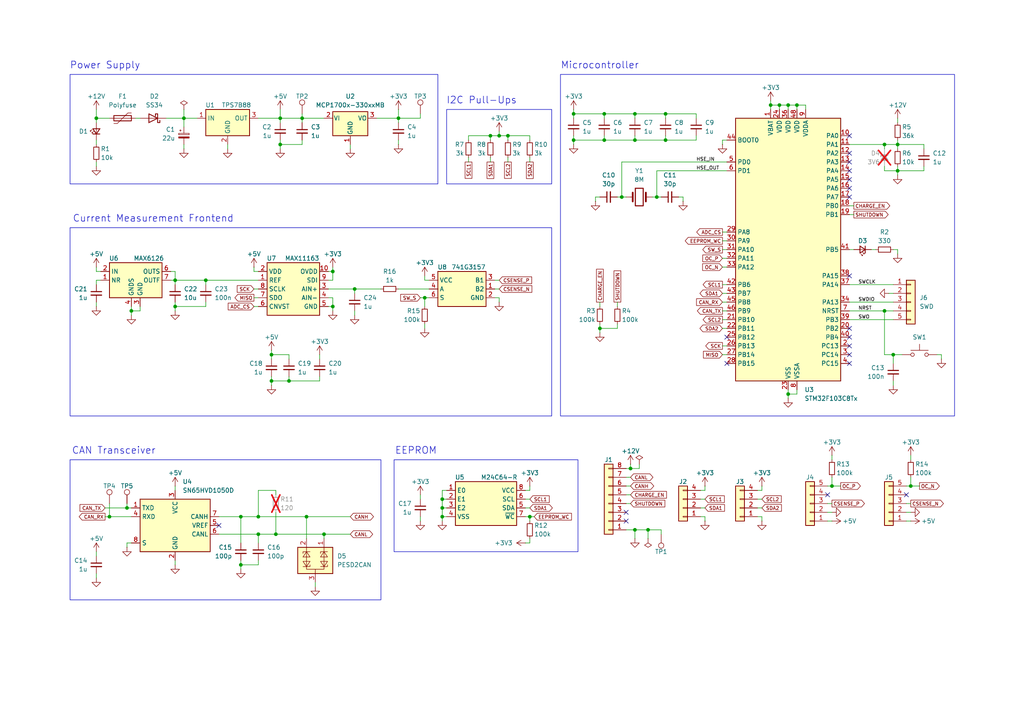
<source format=kicad_sch>
(kicad_sch (version 20250114) (generator "eeschema") (generator_version "9.0")
  (paper "A4")
  (title_block (title "Battery Management System Master") (date "2025-04-27") (rev "${REVISION}") (company "York Formula Student"))
  (rectangle (start 20.32 133.35) (end 110.49 173.99))
  (rectangle (start 20.32 66.04) (end 160.02 120.65))
  (rectangle (start 129.54 31.75) (end 160.02 53.34))
  (rectangle (start 20.32 21.59) (end 127 53.34))
  (rectangle (start 114.3 133.35) (end 167.64 160.02))
  (rectangle (start 162.56 21.59) (end 276.86 120.65))
  (text "Power Supply" (at 30.48 19.05 0) (effects (font (size 2 2))))
  (text "I2C Pull-Ups" (at 139.7 29.21 0) (effects (font (size 2 2))))
  (text "Microcontroller" (at 173.99 19.05 0) (effects (font (size 2 2))))
  (text "EEPROM" (at 120.65 130.81 0) (effects (font (size 2 2))))
  (text "CAN Transceiver" (at 33.02 130.81 0) (effects (font (size 2 2))))
  (text "Current Measurement Frontend" (at 44.45 63.5 0) (effects (font (size 2 2))))
  (junction (at 184.15 153.67))
  (junction (at 184.15 33.02))
  (junction (at 69.85 149.86))
  (junction (at 128.27 144.78))
  (junction (at 187.96 153.67))
  (junction (at 36.83 147.32))
  (junction (at 83.82 110.49))
  (junction (at 93.98 154.94))
  (junction (at 180.34 57.15))
  (junction (at 31.75 149.86))
  (junction (at 74.93 149.86))
  (junction (at 190.5 57.15))
  (junction (at 50.8 88.9))
  (junction (at 166.37 40.64))
  (junction (at 38.1 90.17))
  (junction (at 193.04 40.64))
  (junction (at 80.01 154.94))
  (junction (at 228.6 114.3))
  (junction (at 184.15 40.64))
  (junction (at 260.35 41.91))
  (junction (at 69.85 163.83))
  (junction (at 53.34 34.29))
  (junction (at 259.08 102.87))
  (junction (at 123.19 86.36))
  (junction (at 226.06 30.48))
  (junction (at 260.35 49.53))
  (junction (at 115.57 34.29))
  (junction (at 74.93 154.94))
  (junction (at 175.26 33.02))
  (junction (at 50.8 81.28))
  (junction (at 144.78 39.37))
  (junction (at 81.28 41.91))
  (junction (at 102.87 83.82))
  (junction (at 173.99 95.25))
  (junction (at 241.3 140.97))
  (junction (at 153.67 149.86))
  (junction (at 27.94 34.29))
  (junction (at 142.24 39.37))
  (junction (at 166.37 33.02))
  (junction (at 231.14 30.48))
  (junction (at 175.26 40.64))
  (junction (at 78.74 110.49))
  (junction (at 88.9 149.86))
  (junction (at 87.63 34.29))
  (junction (at 96.52 88.9))
  (junction (at 264.16 140.97))
  (junction (at 128.27 149.86))
  (junction (at 256.54 41.91))
  (junction (at 81.28 34.29))
  (junction (at 256.54 90.17))
  (junction (at 193.04 33.02))
  (junction (at 147.32 39.37))
  (junction (at 78.74 102.87))
  (junction (at 223.52 30.48))
  (junction (at 228.6 30.48))
  (junction (at 128.27 147.32))
  (junction (at 182.88 135.89))
  (junction (at 96.52 78.74))
  (junction (at 59.69 81.28))
  (no_connect (at 246.38 105.41))
  (no_connect (at 246.38 57.15))
  (no_connect (at 181.61 148.59))
  (no_connect (at 246.38 54.61))
  (no_connect (at 246.38 80.01))
  (no_connect (at 246.38 97.79))
  (no_connect (at 246.38 39.37))
  (no_connect (at 262.89 143.51))
  (no_connect (at 246.38 100.33))
  (no_connect (at 210.82 105.41))
  (no_connect (at 246.38 95.25))
  (no_connect (at 181.61 151.13))
  (no_connect (at 240.03 143.51))
  (no_connect (at 246.38 52.07))
  (no_connect (at 246.38 44.45))
  (no_connect (at 246.38 46.99))
  (no_connect (at 63.5 152.4))
  (no_connect (at 246.38 49.53))
  (no_connect (at 210.82 97.79))
  (no_connect (at 246.38 102.87))
  (wire (pts (xy 187.96 156.21) (xy 187.96 153.67)))
  (wire (pts (xy 27.94 31.75) (xy 27.94 34.29)))
  (wire (pts (xy 246.38 87.63) (xy 259.08 87.63)))
  (wire (pts (xy 267.97 43.18) (xy 267.97 41.91)))
  (wire (pts (xy 96.52 81.28) (xy 96.52 78.74)))
  (wire (pts (xy 81.28 41.91) (xy 81.28 43.18)))
  (wire (pts (xy 153.67 45.72) (xy 153.67 46.99)))
  (wire (pts (xy 180.34 46.99) (xy 180.34 57.15)))
  (wire (pts (xy 209.55 102.87) (xy 210.82 102.87)))
  (wire (pts (xy 179.07 57.15) (xy 180.34 57.15)))
  (wire (pts (xy 129.54 142.24) (xy 128.27 142.24)))
  (wire (pts (xy 240.03 146.05) (xy 241.3 146.05)))
  (wire (pts (xy 233.68 31.75) (xy 233.68 30.48)))
  (wire (pts (xy 74.93 34.29) (xy 81.28 34.29)))
  (wire (pts (xy 246.38 90.17) (xy 256.54 90.17)))
  (wire (pts (xy 50.8 81.28) (xy 49.53 81.28)))
  (wire (pts (xy 204.47 142.24) (xy 204.47 140.97)))
  (wire (pts (xy 123.19 93.98) (xy 123.19 95.25)))
  (wire (pts (xy 115.57 83.82) (xy 124.46 83.82)))
  (wire (pts (xy 181.61 138.43) (xy 182.88 138.43)))
  (wire (pts (xy 78.74 109.22) (xy 78.74 110.49)))
  (wire (pts (xy 209.55 95.25) (xy 210.82 95.25)))
  (wire (pts (xy 201.93 39.37) (xy 201.93 40.64)))
  (wire (pts (xy 185.42 134.62) (xy 185.42 135.89)))
  (wire (pts (xy 63.5 149.86) (xy 69.85 149.86)))
  (wire (pts (xy 256.54 90.17) (xy 259.08 90.17)))
  (wire (pts (xy 135.89 45.72) (xy 135.89 46.99)))
  (wire (pts (xy 31.75 34.29) (xy 27.94 34.29)))
  (wire (pts (xy 184.15 39.37) (xy 184.15 40.64)))
  (wire (pts (xy 181.61 143.51) (xy 182.88 143.51)))
  (wire (pts (xy 80.01 142.24) (xy 80.01 143.51)))
  (wire (pts (xy 36.83 157.48) (xy 38.1 157.48)))
  (wire (pts (xy 121.92 149.86) (xy 121.92 151.13)))
  (wire (pts (xy 256.54 41.91) (xy 260.35 41.91)))
  (wire (pts (xy 128.27 144.78) (xy 128.27 147.32)))
  (wire (pts (xy 93.98 154.94) (xy 101.6 154.94)))
  (wire (pts (xy 153.67 40.64) (xy 153.67 39.37)))
  (wire (pts (xy 78.74 101.6) (xy 78.74 102.87)))
  (wire (pts (xy 191.77 154.94) (xy 191.77 153.67)))
  (wire (pts (xy 181.61 135.89) (xy 182.88 135.89)))
  (wire (pts (xy 128.27 147.32) (xy 128.27 149.86)))
  (wire (pts (xy 143.51 83.82) (xy 144.78 83.82)))
  (wire (pts (xy 87.63 33.02) (xy 87.63 34.29)))
  (wire (pts (xy 166.37 40.64) (xy 166.37 41.91)))
  (wire (pts (xy 87.63 34.29) (xy 93.98 34.29)))
  (wire (pts (xy 121.92 143.51) (xy 121.92 144.78)))
  (wire (pts (xy 102.87 90.17) (xy 102.87 91.44)))
  (wire (pts (xy 74.93 142.24) (xy 74.93 149.86)))
  (wire (pts (xy 152.4 144.78) (xy 153.67 144.78)))
  (wire (pts (xy 180.34 46.99) (xy 210.82 46.99)))
  (wire (pts (xy 193.04 33.02) (xy 201.93 33.02)))
  (wire (pts (xy 209.55 92.71) (xy 210.82 92.71)))
  (wire (pts (xy 256.54 41.91) (xy 256.54 43.18)))
  (wire (pts (xy 69.85 163.83) (xy 69.85 165.1)))
  (wire (pts (xy 273.05 102.87) (xy 273.05 104.14)))
  (wire (pts (xy 74.93 142.24) (xy 80.01 142.24)))
  (wire (pts (xy 50.8 87.63) (xy 50.8 88.9)))
  (wire (pts (xy 203.2 147.32) (xy 204.47 147.32)))
  (wire (pts (xy 153.67 39.37) (xy 147.32 39.37)))
  (wire (pts (xy 81.28 34.29) (xy 87.63 34.29)))
  (wire (pts (xy 121.92 86.36) (xy 123.19 86.36)))
  (wire (pts (xy 93.98 154.94) (xy 93.98 156.21)))
  (wire (pts (xy 184.15 40.64) (xy 193.04 40.64)))
  (wire (pts (xy 181.61 153.67) (xy 184.15 153.67)))
  (wire (pts (xy 38.1 90.17) (xy 38.1 91.44)))
  (wire (pts (xy 81.28 41.91) (xy 81.28 40.64)))
  (wire (pts (xy 92.71 102.87) (xy 92.71 104.14)))
  (wire (pts (xy 181.61 146.05) (xy 182.88 146.05)))
  (wire (pts (xy 260.35 49.53) (xy 260.35 50.8)))
  (wire (pts (xy 83.82 110.49) (xy 78.74 110.49)))
  (wire (pts (xy 40.64 88.9) (xy 40.64 90.17)))
  (wire (pts (xy 264.16 140.97) (xy 266.7 140.97)))
  (wire (pts (xy 220.98 142.24) (xy 219.71 142.24)))
  (wire (pts (xy 53.34 31.75) (xy 53.34 34.29)))
  (wire (pts (xy 219.71 147.32) (xy 220.98 147.32)))
  (wire (pts (xy 175.26 34.29) (xy 175.26 33.02)))
  (wire (pts (xy 240.03 151.13) (xy 241.3 151.13)))
  (wire (pts (xy 147.32 45.72) (xy 147.32 46.99)))
  (wire (pts (xy 223.52 29.21) (xy 223.52 30.48)))
  (wire (pts (xy 74.93 154.94) (xy 80.01 154.94)))
  (wire (pts (xy 223.52 30.48) (xy 223.52 31.75)))
  (wire (pts (xy 166.37 39.37) (xy 166.37 40.64)))
  (wire (pts (xy 260.35 41.91) (xy 260.35 43.18)))
  (wire (pts (xy 231.14 31.75) (xy 231.14 30.48)))
  (wire (pts (xy 184.15 34.29) (xy 184.15 33.02)))
  (wire (pts (xy 228.6 30.48) (xy 226.06 30.48)))
  (wire (pts (xy 143.51 81.28) (xy 144.78 81.28)))
  (wire (pts (xy 124.46 81.28) (xy 123.19 81.28)))
  (wire (pts (xy 102.87 83.82) (xy 110.49 83.82)))
  (wire (pts (xy 39.37 34.29) (xy 40.64 34.29)))
  (wire (pts (xy 240.03 140.97) (xy 241.3 140.97)))
  (wire (pts (xy 246.38 82.55) (xy 259.08 82.55)))
  (wire (pts (xy 209.55 67.31) (xy 210.82 67.31)))
  (wire (pts (xy 50.8 82.55) (xy 50.8 81.28)))
  (wire (pts (xy 121.92 33.02) (xy 121.92 34.29)))
  (wire (pts (xy 228.6 113.03) (xy 228.6 114.3)))
  (wire (pts (xy 95.25 88.9) (xy 96.52 88.9)))
  (wire (pts (xy 96.52 78.74) (xy 96.52 77.47)))
  (wire (pts (xy 240.03 148.59) (xy 241.3 148.59)))
  (wire (pts (xy 262.89 146.05) (xy 264.16 146.05)))
  (wire (pts (xy 36.83 158.75) (xy 36.83 157.48)))
  (wire (pts (xy 190.5 57.15) (xy 189.23 57.15)))
  (wire (pts (xy 63.5 154.94) (xy 74.93 154.94)))
  (wire (pts (xy 262.89 148.59) (xy 264.16 148.59)))
  (wire (pts (xy 256.54 48.26) (xy 256.54 49.53)))
  (wire (pts (xy 228.6 31.75) (xy 228.6 30.48)))
  (wire (pts (xy 260.35 72.39) (xy 260.35 73.66)))
  (wire (pts (xy 220.98 142.24) (xy 220.98 140.97)))
  (wire (pts (xy 87.63 34.29) (xy 87.63 35.56)))
  (wire (pts (xy 219.71 149.86) (xy 220.98 149.86)))
  (wire (pts (xy 172.72 58.42) (xy 172.72 57.15)))
  (wire (pts (xy 95.25 81.28) (xy 96.52 81.28)))
  (wire (pts (xy 260.35 48.26) (xy 260.35 49.53)))
  (wire (pts (xy 196.85 57.15) (xy 198.12 57.15)))
  (wire (pts (xy 50.8 140.97) (xy 50.8 142.24)))
  (wire (pts (xy 50.8 81.28) (xy 59.69 81.28)))
  (wire (pts (xy 128.27 149.86) (xy 129.54 149.86)))
  (wire (pts (xy 179.07 87.63) (xy 179.07 88.9)))
  (wire (pts (xy 267.97 49.53) (xy 260.35 49.53)))
  (wire (pts (xy 209.55 100.33) (xy 210.82 100.33)))
  (wire (pts (xy 260.35 41.91) (xy 267.97 41.91)))
  (wire (pts (xy 175.26 40.64) (xy 184.15 40.64)))
  (wire (pts (xy 74.93 163.83) (xy 69.85 163.83)))
  (wire (pts (xy 142.24 40.64) (xy 142.24 39.37)))
  (wire (pts (xy 256.54 102.87) (xy 256.54 90.17)))
  (wire (pts (xy 88.9 149.86) (xy 88.9 156.21)))
  (wire (pts (xy 73.66 83.82) (xy 74.93 83.82)))
  (wire (pts (xy 31.75 149.86) (xy 38.1 149.86)))
  (wire (pts (xy 115.57 31.75) (xy 115.57 34.29)))
  (wire (pts (xy 259.08 102.87) (xy 261.62 102.87)))
  (wire (pts (xy 96.52 86.36) (xy 96.52 88.9)))
  (wire (pts (xy 185.42 135.89) (xy 182.88 135.89)))
  (wire (pts (xy 259.08 102.87) (xy 259.08 105.41)))
  (wire (pts (xy 256.54 49.53) (xy 260.35 49.53)))
  (wire (pts (xy 175.26 33.02) (xy 184.15 33.02)))
  (wire (pts (xy 260.35 34.29) (xy 260.35 35.56)))
  (wire (pts (xy 184.15 153.67) (xy 184.15 156.21)))
  (wire (pts (xy 74.93 149.86) (xy 88.9 149.86)))
  (wire (pts (xy 73.66 88.9) (xy 74.93 88.9)))
  (wire (pts (xy 142.24 39.37) (xy 144.78 39.37)))
  (wire (pts (xy 153.67 157.48) (xy 153.67 156.21)))
  (wire (pts (xy 210.82 40.64) (xy 209.55 40.64)))
  (wire (pts (xy 179.07 95.25) (xy 173.99 95.25)))
  (wire (pts (xy 172.72 57.15) (xy 173.99 57.15)))
  (wire (pts (xy 173.99 95.25) (xy 173.99 96.52)))
  (wire (pts (xy 209.55 90.17) (xy 210.82 90.17)))
  (wire (pts (xy 166.37 33.02) (xy 166.37 34.29)))
  (wire (pts (xy 220.98 149.86) (xy 220.98 151.13)))
  (wire (pts (xy 78.74 102.87) (xy 78.74 104.14)))
  (wire (pts (xy 246.38 92.71) (xy 259.08 92.71)))
  (wire (pts (xy 31.75 146.05) (xy 31.75 149.86)))
  (wire (pts (xy 80.01 148.59) (xy 80.01 154.94)))
  (wire (pts (xy 59.69 87.63) (xy 59.69 88.9)))
  (wire (pts (xy 201.93 34.29) (xy 201.93 33.02)))
  (wire (pts (xy 191.77 153.67) (xy 187.96 153.67)))
  (wire (pts (xy 166.37 33.02) (xy 175.26 33.02)))
  (wire (pts (xy 264.16 132.08) (xy 264.16 133.35)))
  (wire (pts (xy 27.94 81.28) (xy 29.21 81.28)))
  (wire (pts (xy 252.73 72.39) (xy 254 72.39)))
  (wire (pts (xy 74.93 154.94) (xy 74.93 157.48)))
  (wire (pts (xy 175.26 39.37) (xy 175.26 40.64)))
  (wire (pts (xy 78.74 110.49) (xy 78.74 111.76)))
  (wire (pts (xy 226.06 31.75) (xy 226.06 30.48)))
  (wire (pts (xy 81.28 34.29) (xy 81.28 31.75)))
  (wire (pts (xy 209.55 77.47) (xy 210.82 77.47)))
  (wire (pts (xy 193.04 39.37) (xy 193.04 40.64)))
  (wire (pts (xy 49.53 78.74) (xy 50.8 78.74)))
  (wire (pts (xy 209.55 87.63) (xy 210.82 87.63)))
  (wire (pts (xy 95.25 83.82) (xy 102.87 83.82)))
  (wire (pts (xy 121.92 34.29) (xy 115.57 34.29)))
  (wire (pts (xy 74.93 162.56) (xy 74.93 163.83)))
  (wire (pts (xy 179.07 93.98) (xy 179.07 95.25)))
  (wire (pts (xy 53.34 34.29) (xy 53.34 36.83)))
  (wire (pts (xy 109.22 34.29) (xy 115.57 34.29)))
  (wire (pts (xy 48.26 34.29) (xy 53.34 34.29)))
  (wire (pts (xy 27.94 166.37) (xy 27.94 167.64)))
  (wire (pts (xy 124.46 86.36) (xy 123.19 86.36)))
  (wire (pts (xy 66.04 41.91) (xy 66.04 43.18)))
  (wire (pts (xy 30.48 147.32) (xy 36.83 147.32)))
  (wire (pts (xy 50.8 78.74) (xy 50.8 81.28)))
  (wire (pts (xy 264.16 138.43) (xy 264.16 140.97)))
  (wire (pts (xy 92.71 109.22) (xy 92.71 110.49)))
  (wire (pts (xy 173.99 87.63) (xy 173.99 88.9)))
  (wire (pts (xy 228.6 114.3) (xy 228.6 115.57)))
  (wire (pts (xy 190.5 57.15) (xy 191.77 57.15)))
  (wire (pts (xy 147.32 40.64) (xy 147.32 39.37)))
  (wire (pts (xy 123.19 86.36) (xy 123.19 88.9)))
  (wire (pts (xy 259.08 102.87) (xy 256.54 102.87)))
  (wire (pts (xy 69.85 162.56) (xy 69.85 163.83)))
  (wire (pts (xy 128.27 147.32) (xy 129.54 147.32)))
  (wire (pts (xy 59.69 82.55) (xy 59.69 81.28)))
  (wire (pts (xy 204.47 149.86) (xy 204.47 151.13)))
  (wire (pts (xy 135.89 39.37) (xy 142.24 39.37)))
  (wire (pts (xy 153.67 142.24) (xy 153.67 140.97)))
  (wire (pts (xy 152.4 147.32) (xy 153.67 147.32)))
  (wire (pts (xy 95.25 78.74) (xy 96.52 78.74)))
  (wire (pts (xy 184.15 153.67) (xy 187.96 153.67)))
  (wire (pts (xy 153.67 149.86) (xy 153.67 151.13)))
  (wire (pts (xy 262.89 151.13) (xy 264.16 151.13)))
  (wire (pts (xy 259.08 110.49) (xy 259.08 111.76)))
  (wire (pts (xy 166.37 31.75) (xy 166.37 33.02)))
  (wire (pts (xy 152.4 149.86) (xy 153.67 149.86)))
  (wire (pts (xy 193.04 34.29) (xy 193.04 33.02)))
  (wire (pts (xy 246.38 59.69) (xy 247.65 59.69)))
  (wire (pts (xy 30.48 149.86) (xy 31.75 149.86)))
  (wire (pts (xy 147.32 39.37) (xy 144.78 39.37)))
  (wire (pts (xy 143.51 86.36) (xy 144.78 86.36)))
  (wire (pts (xy 190.5 49.53) (xy 210.82 49.53)))
  (wire (pts (xy 144.78 86.36) (xy 144.78 87.63)))
  (wire (pts (xy 96.52 88.9) (xy 96.52 90.17)))
  (wire (pts (xy 209.55 40.64) (xy 209.55 41.91)))
  (wire (pts (xy 95.25 86.36) (xy 96.52 86.36)))
  (wire (pts (xy 203.2 149.86) (xy 204.47 149.86)))
  (wire (pts (xy 59.69 81.28) (xy 74.93 81.28)))
  (wire (pts (xy 128.27 151.13) (xy 128.27 149.86)))
  (wire (pts (xy 74.93 78.74) (xy 73.66 78.74)))
  (wire (pts (xy 181.61 140.97) (xy 182.88 140.97)))
  (wire (pts (xy 53.34 34.29) (xy 57.15 34.29)))
  (wire (pts (xy 40.64 90.17) (xy 38.1 90.17)))
  (wire (pts (xy 260.35 41.91) (xy 260.35 40.64)))
  (wire (pts (xy 73.66 78.74) (xy 73.66 77.47)))
  (wire (pts (xy 115.57 34.29) (xy 115.57 35.56)))
  (wire (pts (xy 262.89 140.97) (xy 264.16 140.97)))
  (wire (pts (xy 175.26 40.64) (xy 166.37 40.64)))
  (wire (pts (xy 184.15 33.02) (xy 193.04 33.02)))
  (wire (pts (xy 59.69 88.9) (xy 50.8 88.9)))
  (wire (pts (xy 241.3 132.08) (xy 241.3 133.35)))
  (wire (pts (xy 241.3 138.43) (xy 241.3 140.97)))
  (wire (pts (xy 267.97 48.26) (xy 267.97 49.53)))
  (wire (pts (xy 246.38 62.23) (xy 247.65 62.23)))
  (wire (pts (xy 83.82 102.87) (xy 78.74 102.87)))
  (wire (pts (xy 231.14 30.48) (xy 228.6 30.48)))
  (wire (pts (xy 203.2 144.78) (xy 204.47 144.78)))
  (wire (pts (xy 91.44 168.91) (xy 91.44 170.18)))
  (wire (pts (xy 87.63 41.91) (xy 81.28 41.91)))
  (wire (pts (xy 27.94 160.02) (xy 27.94 161.29)))
  (wire (pts (xy 271.78 102.87) (xy 273.05 102.87)))
  (wire (pts (xy 246.38 72.39) (xy 247.65 72.39)))
  (wire (pts (xy 142.24 45.72) (xy 142.24 46.99)))
  (wire (pts (xy 27.94 46.99) (xy 27.94 48.26)))
  (wire (pts (xy 128.27 144.78) (xy 129.54 144.78)))
  (wire (pts (xy 219.71 144.78) (xy 220.98 144.78)))
  (wire (pts (xy 128.27 142.24) (xy 128.27 144.78)))
  (wire (pts (xy 102.87 83.82) (xy 102.87 85.09)))
  (wire (pts (xy 246.38 41.91) (xy 256.54 41.91)))
  (wire (pts (xy 144.78 38.1) (xy 144.78 39.37)))
  (wire (pts (xy 27.94 34.29) (xy 27.94 35.56)))
  (wire (pts (xy 50.8 88.9) (xy 50.8 90.17)))
  (wire (pts (xy 193.04 40.64) (xy 201.93 40.64)))
  (wire (pts (xy 29.21 78.74) (xy 27.94 78.74)))
  (wire (pts (xy 257.81 85.09) (xy 259.08 85.09)))
  (wire (pts (xy 27.94 40.64) (xy 27.94 41.91)))
  (wire (pts (xy 181.61 57.15) (xy 180.34 57.15)))
  (wire (pts (xy 209.55 82.55) (xy 210.82 82.55)))
  (wire (pts (xy 38.1 147.32) (xy 36.83 147.32)))
  (wire (pts (xy 87.63 40.64) (xy 87.63 41.91)))
  (wire (pts (xy 69.85 149.86) (xy 69.85 157.48)))
  (wire (pts (xy 123.19 81.28) (xy 123.19 80.01)))
  (wire (pts (xy 53.34 41.91) (xy 53.34 43.18)))
  (wire (pts (xy 115.57 40.64) (xy 115.57 41.91)))
  (wire (pts (xy 209.55 85.09) (xy 210.82 85.09)))
  (wire (pts (xy 190.5 49.53) (xy 190.5 57.15)))
  (wire (pts (xy 198.12 57.15) (xy 198.12 58.42)))
  (wire (pts (xy 88.9 149.86) (xy 101.6 149.86)))
  (wire (pts (xy 226.06 30.48) (xy 223.52 30.48)))
  (wire (pts (xy 152.4 157.48) (xy 153.67 157.48)))
  (wire (pts (xy 231.14 114.3) (xy 228.6 114.3)))
  (wire (pts (xy 81.28 34.29) (xy 81.28 35.56)))
  (wire (pts (xy 36.83 147.32) (xy 36.83 146.05)))
  (wire (pts (xy 27.94 78.74) (xy 27.94 77.47)))
  (wire (pts (xy 153.67 149.86) (xy 154.94 149.86)))
  (wire (pts (xy 101.6 41.91) (xy 101.6 43.18)))
  (wire (pts (xy 73.66 86.36) (xy 74.93 86.36)))
  (wire (pts (xy 204.47 142.24) (xy 203.2 142.24)))
  (wire (pts (xy 209.55 69.85) (xy 210.82 69.85)))
  (wire (pts (xy 233.68 30.48) (xy 231.14 30.48)))
  (wire (pts (xy 38.1 88.9) (xy 38.1 90.17)))
  (wire (pts (xy 27.94 87.63) (xy 27.94 88.9)))
  (wire (pts (xy 231.14 113.03) (xy 231.14 114.3)))
  (wire (pts (xy 209.55 74.93) (xy 210.82 74.93)))
  (wire (pts (xy 209.55 72.39) (xy 210.82 72.39)))
  (wire (pts (xy 259.08 72.39) (xy 260.35 72.39)))
  (wire (pts (xy 182.88 135.89) (xy 182.88 134.62)))
  (wire (pts (xy 241.3 140.97) (xy 243.84 140.97)))
  (wire (pts (xy 50.8 162.56) (xy 50.8 163.83)))
  (wire (pts (xy 152.4 142.24) (xy 153.67 142.24)))
  (wire (pts (xy 92.71 110.49) (xy 83.82 110.49)))
  (wire (pts (xy 173.99 93.98) (xy 173.99 95.25)))
  (wire (pts (xy 83.82 104.14) (xy 83.82 102.87)))
  (wire (pts (xy 135.89 40.64) (xy 135.89 39.37)))
  (wire (pts (xy 80.01 154.94) (xy 93.98 154.94)))
  (wire (pts (xy 69.85 149.86) (xy 74.93 149.86)))
  (wire (pts (xy 27.94 82.55) (xy 27.94 81.28)))
  (wire (pts (xy 83.82 109.22) (xy 83.82 110.49)))
  (label "HSE_OUT" (at 201.93 49.53 0) (effects (font (size 1 1))))
  (label "NRST" (at 248.92 90.17 0) (effects (font (size 1 1))))
  (label "SWCLK" (at 248.92 82.55 0) (effects (font (size 1 1))))
  (label "HSE_IN" (at 201.93 46.99 0) (effects (font (size 1 1))))
  (label "SWO" (at 248.92 92.71 0) (effects (font (size 1 1))))
  (label "SWDIO" (at 248.92 87.63 0) (effects (font (size 1 1))))
  (global_label "EEPROM_WC" (shape input) (at 154.94 149.86 0) (effects (font (size 1 1))) (property "Intersheetrefs" "${INTERSHEET_REFS}" (effects (hide yes))))
  (global_label "OC_N" (shape input) (at 209.55 77.47 180) (effects (font (size 1 1))) (property "Intersheetrefs" "${INTERSHEET_REFS}" (effects (hide yes))))
  (global_label "CAN_RX" (shape output) (at 30.48 149.86 180) (effects (font (size 1 1))) (property "Intersheetrefs" "${INTERSHEET_REFS}" (effects (hide yes))))
  (global_label "CANH" (shape bidirectional) (at 101.6 149.86 0) (effects (font (size 1 1))) (property "Intersheetrefs" "${INTERSHEET_REFS}" (effects (hide yes))))
  (global_label "SW_S" (shape input) (at 121.92 86.36 180) (effects (font (size 1 1))) (property "Intersheetrefs" "${INTERSHEET_REFS}" (effects (hide yes))))
  (global_label "SCL2" (shape output) (at 209.55 92.71 180) (effects (font (size 1 1))) (property "Intersheetrefs" "${INTERSHEET_REFS}" (effects (hide yes))))
  (global_label "SW_S" (shape output) (at 209.55 72.39 180) (effects (font (size 1 1))) (property "Intersheetrefs" "${INTERSHEET_REFS}" (effects (hide yes))))
  (global_label "CHARGE_EN" (shape output) (at 247.65 59.69 0) (effects (font (size 1 1))) (property "Intersheetrefs" "${INTERSHEET_REFS}" (effects (hide yes))))
  (global_label "MISO" (shape input) (at 209.55 102.87 180) (effects (font (size 1 1))) (property "Intersheetrefs" "${INTERSHEET_REFS}" (effects (hide yes))))
  (global_label "SDA2" (shape input) (at 220.98 147.32 0) (effects (font (size 1 1))) (property "Intersheetrefs" "${INTERSHEET_REFS}" (effects (hide yes))))
  (global_label "CANL" (shape bidirectional) (at 182.88 138.43 0) (effects (font (size 1 1))) (property "Intersheetrefs" "${INTERSHEET_REFS}" (effects (hide yes))))
  (global_label "CHARGE_EN" (shape passive) (at 173.99 87.63 90) (effects (font (size 1 1))) (property "Intersheetrefs" "${INTERSHEET_REFS}" (effects (hide yes))))
  (global_label "CANL" (shape bidirectional) (at 101.6 154.94 0) (effects (font (size 1 1))) (property "Intersheetrefs" "${INTERSHEET_REFS}" (effects (hide yes))))
  (global_label "SCL1" (shape input) (at 204.47 144.78 0) (effects (font (size 1 1))) (property "Intersheetrefs" "${INTERSHEET_REFS}" (effects (hide yes))))
  (global_label "OC_P" (shape output) (at 243.84 140.97 0) (effects (font (size 1 1))) (property "Intersheetrefs" "${INTERSHEET_REFS}" (effects (hide yes))))
  (global_label "SHUTDOWN" (shape output) (at 247.65 62.23 0) (effects (font (size 1 1))) (property "Intersheetrefs" "${INTERSHEET_REFS}" (effects (hide yes))))
  (global_label "CANH" (shape bidirectional) (at 182.88 140.97 0) (effects (font (size 1 1))) (property "Intersheetrefs" "${INTERSHEET_REFS}" (effects (hide yes))))
  (global_label "SCL1" (shape input) (at 153.67 144.78 0) (effects (font (size 1 1))) (property "Intersheetrefs" "${INTERSHEET_REFS}" (effects (hide yes))))
  (global_label "CSENSE_N" (shape input) (at 144.78 83.82 0) (effects (font (size 1 1))) (property "Intersheetrefs" "${INTERSHEET_REFS}" (effects (hide yes))))
  (global_label "CSENSE_P" (shape input) (at 144.78 81.28 0) (effects (font (size 1 1))) (property "Intersheetrefs" "${INTERSHEET_REFS}" (effects (hide yes))))
  (global_label "MISO" (shape output) (at 73.66 86.36 180) (effects (font (size 1 1))) (property "Intersheetrefs" "${INTERSHEET_REFS}" (effects (hide yes))))
  (global_label "SHUTDOWN" (shape passive) (at 179.07 87.63 90) (effects (font (size 1 1))) (property "Intersheetrefs" "${INTERSHEET_REFS}" (effects (hide yes))))
  (global_label "SDA1" (shape input) (at 204.47 147.32 0) (effects (font (size 1 1))) (property "Intersheetrefs" "${INTERSHEET_REFS}" (effects (hide yes))))
  (global_label "SHUTDOWN" (shape input) (at 182.88 146.05 0) (effects (font (size 1 1))) (property "Intersheetrefs" "${INTERSHEET_REFS}" (effects (hide yes))))
  (global_label "SDA2" (shape passive) (at 153.67 46.99 270) (effects (font (size 1 1))) (property "Intersheetrefs" "${INTERSHEET_REFS}" (effects (hide yes))))
  (global_label "OC_P" (shape input) (at 209.55 74.93 180) (effects (font (size 1 1))) (property "Intersheetrefs" "${INTERSHEET_REFS}" (effects (hide yes))))
  (global_label "CAN_RX" (shape input) (at 209.55 87.63 180) (effects (font (size 1 1))) (property "Intersheetrefs" "${INTERSHEET_REFS}" (effects (hide yes))))
  (global_label "OC_N" (shape output) (at 266.7 140.97 0) (effects (font (size 1 1))) (property "Intersheetrefs" "${INTERSHEET_REFS}" (effects (hide yes))))
  (global_label "SCL2" (shape input) (at 220.98 144.78 0) (effects (font (size 1 1))) (property "Intersheetrefs" "${INTERSHEET_REFS}" (effects (hide yes))))
  (global_label "CAN_TX" (shape input) (at 30.48 147.32 180) (effects (font (size 1 1))) (property "Intersheetrefs" "${INTERSHEET_REFS}" (effects (hide yes))))
  (global_label "SDA2" (shape bidirectional) (at 209.55 95.25 180) (effects (font (size 1 1))) (property "Intersheetrefs" "${INTERSHEET_REFS}" (effects (hide yes))))
  (global_label "SDA1" (shape bidirectional) (at 153.67 147.32 0) (effects (font (size 1 1))) (property "Intersheetrefs" "${INTERSHEET_REFS}" (effects (hide yes))))
  (global_label "CAN_TX" (shape output) (at 209.55 90.17 180) (effects (font (size 1 1))) (property "Intersheetrefs" "${INTERSHEET_REFS}" (effects (hide yes))))
  (global_label "CSENSE_P" (shape output) (at 241.3 146.05 0) (effects (font (size 1 1))) (property "Intersheetrefs" "${INTERSHEET_REFS}" (effects (hide yes))))
  (global_label "SCL1" (shape output) (at 209.55 82.55 180) (effects (font (size 1 1))) (property "Intersheetrefs" "${INTERSHEET_REFS}" (effects (hide yes))))
  (global_label "CSENSE_N" (shape output) (at 264.16 146.05 0) (effects (font (size 1 1))) (property "Intersheetrefs" "${INTERSHEET_REFS}" (effects (hide yes))))
  (global_label "SDA1" (shape passive) (at 142.24 46.99 270) (effects (font (size 1 1))) (property "Intersheetrefs" "${INTERSHEET_REFS}" (effects (hide yes))))
  (global_label "SCK" (shape output) (at 209.55 100.33 180) (effects (font (size 1 1))) (property "Intersheetrefs" "${INTERSHEET_REFS}" (effects (hide yes))))
  (global_label "ADC_CS" (shape input) (at 73.66 88.9 180) (effects (font (size 1 1))) (property "Intersheetrefs" "${INTERSHEET_REFS}" (effects (hide yes))))
  (global_label "SDA1" (shape bidirectional) (at 209.55 85.09 180) (effects (font (size 1 1))) (property "Intersheetrefs" "${INTERSHEET_REFS}" (effects (hide yes))))
  (global_label "CHARGE_EN" (shape input) (at 182.88 143.51 0) (effects (font (size 1 1))) (property "Intersheetrefs" "${INTERSHEET_REFS}" (effects (hide yes))))
  (global_label "SCL1" (shape passive) (at 135.89 46.99 270) (effects (font (size 1 1))) (property "Intersheetrefs" "${INTERSHEET_REFS}" (effects (hide yes))))
  (global_label "SCL2" (shape passive) (at 147.32 46.99 270) (effects (font (size 1 1))) (property "Intersheetrefs" "${INTERSHEET_REFS}" (effects (hide yes))))
  (global_label "EEPROM_WC" (shape output) (at 209.55 69.85 180) (effects (font (size 1 1))) (property "Intersheetrefs" "${INTERSHEET_REFS}" (effects (hide yes))))
  (global_label "SCK" (shape input) (at 73.66 83.82 180) (effects (font (size 1 1))) (property "Intersheetrefs" "${INTERSHEET_REFS}" (effects (hide yes))))
  (global_label "ADC_CS" (shape output) (at 209.55 67.31 180) (effects (font (size 1 1))) (property "Intersheetrefs" "${INTERSHEET_REFS}" (effects (hide yes))))
  (symbol (lib_id "Device:C_Small") (at 184.15 36.83 0) (unit 1)
    (property "Reference" "C7" (at 186.69 35.5662 0) (effects (justify left)))
    (property "Value" "1u" (at 186.69 38.1062 0) (effects (justify left)))
    (property "Footprint" "Capacitor_SMD:C_0603_1608Metric" (effects (hide yes)))
    (property "Description" "Unpolarized capacitor, small symbol" (effects (hide yes)))
    (property "Dist #" "C5199872" (effects (hide yes)))
    (property "Mfr" "Samsung" (effects (hide yes)))
    (property "Mfr #" "CL10B105KB8NQNC" (effects (hide yes)))
    (property "Dist" "LCSC" (effects (hide yes)))
  )
  (symbol (lib_id "power:+3V3") (at 264.16 132.08 0) (unit 1)
    (property "Reference" "#PWR090" (effects (hide yes)))
    (property "Value" "+3V3" (at 264.16 128.27 0))
    (property "Description" "Power symbol creates a global label with name \"+3V3\"" (effects (hide yes)))
  )
  (symbol (lib_id "power:GND") (at 27.94 48.26 0) (unit 1)
    (property "Reference" "#PWR076" (effects (hide yes)))
    (property "Value" "GND" (effects (hide yes)))
    (property "Description" "Power symbol creates a global label with name \"GND\" , ground" (effects (hide yes)))
  )
  (symbol (lib_id "power:+3V3") (at 241.3 132.08 0) (unit 1)
    (property "Reference" "#PWR089" (effects (hide yes)))
    (property "Value" "+3V3" (at 241.3 128.27 0))
    (property "Description" "Power symbol creates a global label with name \"+3V3\"" (effects (hide yes)))
  )
  (symbol (lib_id "bms_master:PESD2CAN") (at 86.36 158.75 0) (unit 1)
    (property "Reference" "D5" (at 97.79 161.2899 0) (effects (justify left)))
    (property "Value" "PESD2CAN" (at 97.79 163.8299 0) (effects (justify left)))
    (property "Footprint" "Package_TO_SOT_SMD:SOT-23" (effects (hide yes)))
    (property "Datasheet" "https://assets.nexperia.com/documents/data-sheet/PESD2CAN.pdf" (effects (hide yes)))
    (property "Description" "CAN bus ESD protection diode" (effects (hide yes)))
  )
  (symbol (lib_id "power:GND") (at 209.55 41.91 0) (unit 1)
    (property "Reference" "#PWR046" (effects (hide yes)))
    (property "Value" "GND" (effects (hide yes)))
    (property "Description" "Power symbol creates a global label with name \"GND\" , ground" (effects (hide yes)))
  )
  (symbol (lib_id "Connector:TestPoint") (at 191.77 154.94 180) (unit 1)
    (property "Reference" "TP1" (at 191.77 160.02 0))
    (property "Value" "TestPoint" (effects (hide yes)))
    (property "Description" "test point" (effects (hide yes)))
  )
  (symbol (lib_id "bms_master:TPS7B88-Q1") (at 59.69 31.75 0) (unit 1)
    (property "Reference" "U1" (at 60.96 30.48 0))
    (property "Value" "TPS7B88" (at 68.58 30.48 0))
    (property "Footprint" "Package_TO_SOT_SMD:TO-252-2" (effects (hide yes)))
    (property "Datasheet" "https://www.ti.com/lit/ds/symlink/tps7b88-q1.pdf" (effects (hide yes)))
    (property "Description" "500-mA, 40-V, Low-Dropout Regulator" (effects (hide yes)))
  )
  (symbol (lib_id "Device:C_Small") (at 69.85 160.02 0) (mirror y) (unit 1)
    (property "Reference" "C15" (at 67.31 158.7562 0) (effects (justify left)))
    (property "Value" "100p" (at 67.31 161.2962 0) (effects (justify left)))
    (property "Description" "Unpolarized capacitor, small symbol" (effects (hide yes)))
  )
  (symbol (lib_id "Device:R_Small") (at 179.07 91.44 0) (unit 1)
    (property "Reference" "R4" (at 180.34 90.17 0) (effects (justify left)))
    (property "Value" "100k" (at 180.34 92.71 0) (effects (justify left)))
    (property "Description" "Resistor, small symbol" (effects (hide yes)))
  )
  (symbol (lib_id "Device:C_Small") (at 27.94 163.83 0) (mirror y) (unit 1)
    (property "Reference" "C14" (at 25.4 162.5662 0) (effects (justify left)))
    (property "Value" "1u" (at 25.4 165.1062 0) (effects (justify left)))
    (property "Footprint" "Capacitor_SMD:C_0603_1608Metric" (effects (hide yes)))
    (property "Description" "Unpolarized capacitor, small symbol" (effects (hide yes)))
    (property "Dist #" "C5199872" (effects (hide yes)))
    (property "Mfr" "Samsung" (effects (hide yes)))
    (property "Mfr #" "CL10B105KB8NQNC" (effects (hide yes)))
    (property "Dist" "LCSC" (effects (hide yes)))
  )
  (symbol (lib_id "Device:D_Zener_Small") (at 256.54 45.72 90) (mirror x) (unit 1) (dnp yes)
    (property "Reference" "D4" (at 255.27 44.45 90) (effects (justify left)))
    (property "Value" "3V6" (at 255.27 46.99 90) (effects (justify left)))
    (property "Description" "Zener diode, small symbol" (effects (hide yes)))
  )
  (symbol (lib_id "power:GND") (at 78.74 111.76 0) (unit 1)
    (property "Reference" "#PWR085" (effects (hide yes)))
    (property "Value" "GND" (effects (hide yes)))
    (property "Description" "Power symbol creates a global label with name \"GND\" , ground" (effects (hide yes)))
  )
  (symbol (lib_id "bms_master:SN74LVC1G3157") (at 127 78.74 0) (unit 1)
    (property "Reference" "U8" (at 128.27 77.47 0))
    (property "Value" "741G3157" (at 135.89 77.47 0))
    (property "Datasheet" "https://www.ti.com/lit/ds/symlink/sn74lvc1g3157.pdf" (effects (hide yes)))
    (property "Description" "Single-Pole Double-Throw Analog Switch" (effects (hide yes)))
  )
  (symbol (lib_id "Device:C_Small") (at 59.69 85.09 0) (unit 1)
    (property "Reference" "C23" (at 62.23 83.8262 0) (effects (justify left)))
    (property "Value" "100n" (at 62.23 86.3662 0) (effects (justify left)))
    (property "Description" "Unpolarized capacitor, small symbol" (effects (hide yes)))
  )
  (symbol (lib_id "Connector:TestPoint") (at 121.92 33.02 0) (unit 1)
    (property "Reference" "TP3" (at 121.92 27.94 0))
    (property "Value" "TestPoint" (effects (hide yes)))
    (property "Description" "test point" (effects (hide yes)))
  )
  (symbol (lib_id "Connector:TestPoint") (at 87.63 33.02 0) (unit 1)
    (property "Reference" "TP2" (at 87.63 27.94 0))
    (property "Value" "TestPoint" (effects (hide yes)))
    (property "Description" "test point" (effects (hide yes)))
  )
  (symbol (lib_id "Device:R_Small") (at 142.24 43.18 0) (mirror y) (unit 1)
    (property "Reference" "R8" (at 140.97 41.91 0) (effects (justify left)))
    (property "Value" "3k" (at 140.97 44.45 0) (effects (justify left)))
    (property "Description" "Resistor, small symbol" (effects (hide yes)))
  )
  (symbol (lib_id "bms_master:MAX11163") (at 77.47 76.2 0) (unit 1)
    (property "Reference" "U7" (at 78.74 74.93 0))
    (property "Value" "MAX11163" (at 87.63 74.93 0))
    (property "Datasheet" "https://www.analog.com/media/en/technical-documentation/data-sheets/max11163.pdf" (effects (hide yes)))
    (property "Description" "16-Bit 250ksps SAR ADC" (effects (hide yes)))
  )
  (symbol (lib_id "power:+3V3") (at 123.19 80.01 0) (unit 1)
    (property "Reference" "#PWR071" (effects (hide yes)))
    (property "Value" "+3V3" (at 123.19 76.2 0))
    (property "Description" "Power symbol creates a global label with name \"+3V3\"" (effects (hide yes)))
  )
  (symbol (lib_id "power:+5V") (at 27.94 77.47 0) (unit 1)
    (property "Reference" "#PWR04" (effects (hide yes)))
    (property "Value" "+5V" (at 27.94 73.66 0))
    (property "Description" "Power symbol creates a global label with name \"+5V\"" (effects (hide yes)))
  )
  (symbol (lib_id "power:GND") (at 115.57 41.91 0) (unit 1)
    (property "Reference" "#PWR081" (effects (hide yes)))
    (property "Value" "GND" (effects (hide yes)))
    (property "Description" "Power symbol creates a global label with name \"GND\" , ground" (effects (hide yes)))
  )
  (symbol (lib_id "power:+5V") (at 78.74 101.6 0) (unit 1)
    (property "Reference" "#PWR012" (effects (hide yes)))
    (property "Value" "+5V" (at 78.74 97.79 0))
    (property "Description" "Power symbol creates a global label with name \"+5V\"" (effects (hide yes)))
  )
  (symbol (lib_id "Connector_Generic:Conn_01x08") (at 176.53 146.05 180) (unit 1)
    (property "Reference" "J1" (at 176.53 133.35 0))
    (property "Value" "Conn_01x08" (effects (hide yes)))
    (property "Description" "Generic connector, single row, 01x08, script generated (kicad-library-utils/schlib/autogen/connector/)" (effects (hide yes)))
  )
  (symbol (lib_id "Device:C_Polarized_Small") (at 53.34 39.37 0) (unit 1)
    (property "Reference" "C1" (at 50.8 37.5538 0) (effects (justify right)))
    (property "Value" "22u" (at 50.8 40.0938 0) (effects (justify right)))
    (property "Description" "Polarized capacitor, small symbol" (effects (hide yes)))
  )
  (symbol (lib_id "Device:R_Small") (at 260.35 38.1 0) (unit 1)
    (property "Reference" "R5" (at 261.62 36.83 0) (effects (justify left)))
    (property "Value" "36k" (at 261.62 39.37 0) (effects (justify left)))
    (property "Description" "Resistor, small symbol" (effects (hide yes)))
  )
  (symbol (lib_id "power:+5V") (at 27.94 160.02 0) (unit 1)
    (property "Reference" "#PWR02" (effects (hide yes)))
    (property "Value" "+5V" (at 27.94 156.21 0))
    (property "Description" "Power symbol creates a global label with name \"+5V\"" (effects (hide yes)))
  )
  (symbol (lib_id "power:GND") (at 27.94 167.64 0) (unit 1)
    (property "Reference" "#PWR059" (effects (hide yes)))
    (property "Value" "GND" (effects (hide yes)))
    (property "Description" "Power symbol creates a global label with name \"GND\" , ground" (effects (hide yes)))
  )
  (symbol (lib_id "Connector_Generic:Conn_01x04") (at 198.12 147.32 180) (unit 1)
    (property "Reference" "J2" (at 198.12 139.7 0))
    (property "Value" "I2C1" (effects (hide yes)))
    (property "Footprint" "Connector_JST:JST_PH_S4B-PH-K_1x04_P2.00mm_Horizontal" (effects (hide yes)))
    (property "Description" "Generic connector, single row, 01x04, script generated (kicad-library-utils/schlib/autogen/connector/)" (effects (hide yes)))
    (property "Dist #" "C157926" (effects (hide yes)))
    (property "Mfr" "JST" (effects (hide yes)))
    (property "Mfr #" "S4B-PH-K-S(LF)(SN)" (effects (hide yes)))
    (property "Dist" "LCSC" (effects (hide yes)))
  )
  (symbol (lib_id "power:+5V") (at 81.28 31.75 0) (unit 1)
    (property "Reference" "#PWR06" (effects (hide yes)))
    (property "Value" "+5V" (at 81.28 27.94 0))
    (property "Description" "Power symbol creates a global label with name \"+5V\"" (effects (hide yes)))
  )
  (symbol (lib_id "power:+3V3") (at 204.47 140.97 0) (unit 1)
    (property "Reference" "#PWR042" (effects (hide yes)))
    (property "Value" "+3V3" (at 204.47 137.16 0))
    (property "Description" "Power symbol creates a global label with name \"+3V3\"" (effects (hide yes)))
  )
  (symbol (lib_id "bms_master:MAX6126") (at 31.75 76.2 0) (unit 1)
    (property "Reference" "U6" (at 33.02 74.93 0))
    (property "Value" "MAX6126" (at 43.18 74.93 0))
    (property "Datasheet" "https://www.analog.com/media/en/technical-documentation/data-sheets/max6126.pdf" (effects (hide yes)))
    (property "Description" "Ultra-High-Precision Ultra-Low-Noise Series Voltage Reference" (effects (hide yes)))
  )
  (symbol (lib_id "Device:C_Small") (at 121.92 147.32 0) (unit 1)
    (property "Reference" "C17" (at 119.38 146.0562 0) (effects (justify right)))
    (property "Value" "1u" (at 119.38 148.5962 0) (effects (justify right)))
    (property "Description" "Unpolarized capacitor, small symbol" (effects (hide yes)))
  )
  (symbol (lib_id "Device:C_Small") (at 259.08 107.95 0) (unit 1)
    (property "Reference" "C13" (at 256.54 106.6862 0) (effects (justify right)))
    (property "Value" "100n" (at 256.54 109.2262 0) (effects (justify right)))
    (property "Footprint" "Capacitor_SMD:C_0603_1608Metric" (effects (hide yes)))
    (property "Description" "Unpolarized capacitor, small symbol" (effects (hide yes)))
    (property "Dist #" "C1591" (effects (hide yes)))
    (property "Mfr" "Samsung" (effects (hide yes)))
    (property "Mfr #" "CL10B104KB8NNNC" (effects (hide yes)))
    (property "Dist" "LCSC" (effects (hide yes)))
  )
  (symbol (lib_id "Device:C_Small") (at 176.53 57.15 90) (unit 1)
    (property "Reference" "C10" (at 176.5363 50.8 90))
    (property "Value" "30p" (at 176.5363 53.34 90))
    (property "Footprint" "Capacitor_SMD:C_0603_1608Metric" (effects (hide yes)))
    (property "Description" "Unpolarized capacitor, small symbol" (effects (hide yes)))
    (property "Dist #" "C2336884" (effects (hide yes)))
    (property "Mfr" "Murata" (effects (hide yes)))
    (property "Mfr #" "GQM1875C2E300GB12D" (effects (hide yes)))
    (property "Dist" "LCSC" (effects (hide yes)))
  )
  (symbol (lib_id "Connector:TestPoint") (at 31.75 146.05 0) (unit 1)
    (property "Reference" "TP4" (at 31.75 140.97 0))
    (property "Value" "TestPoint" (effects (hide yes)))
    (property "Description" "test point" (effects (hide yes)))
  )
  (symbol (lib_id "power:GND") (at 228.6 115.57 0) (unit 1)
    (property "Reference" "#PWR050" (effects (hide yes)))
    (property "Value" "GND" (effects (hide yes)))
    (property "Description" "Power symbol creates a global label with name \"GND\" , ground" (effects (hide yes)))
  )
  (symbol (lib_id "Device:C_Small") (at 74.93 160.02 0) (unit 1)
    (property "Reference" "C16" (at 77.47 158.7562 0) (effects (justify left)))
    (property "Value" "100p" (at 77.47 161.2962 0) (effects (justify left)))
    (property "Description" "Unpolarized capacitor, small symbol" (effects (hide yes)))
  )
  (symbol (lib_id "Device:R_Small") (at 256.54 72.39 270) (mirror x) (unit 1)
    (property "Reference" "R2" (at 256.54 67.31 90))
    (property "Value" "330" (at 256.54 69.85 90))
    (property "Footprint" "Resistor_SMD:R_0603_1608Metric" (effects (hide yes)))
    (property "Description" "Resistor, small symbol" (effects (hide yes)))
    (property "Dist #" "C23138" (effects (hide yes)))
    (property "Mfr" "Uni-Royal" (effects (hide yes)))
    (property "Mfr #" "0603WAF3300T5E" (effects (hide yes)))
    (property "Dist" "LCSC" (effects (hide yes)))
  )
  (symbol (lib_id "Device:R_Small") (at 113.03 83.82 90) (unit 1)
    (property "Reference" "R16" (at 113.03 78.74 90))
    (property "Value" "1k" (at 113.03 81.28 90))
    (property "Description" "Resistor, small symbol" (effects (hide yes)))
  )
  (symbol (lib_id "Device:C_Small") (at 194.31 57.15 90) (unit 1)
    (property "Reference" "C11" (at 194.3163 50.8 90))
    (property "Value" "30p" (at 194.3163 53.34 90))
    (property "Footprint" "Capacitor_SMD:C_0603_1608Metric" (effects (hide yes)))
    (property "Description" "Unpolarized capacitor, small symbol" (effects (hide yes)))
    (property "Dist #" "C2336884" (effects (hide yes)))
    (property "Mfr" "Murata" (effects (hide yes)))
    (property "Mfr #" "GQM1875C2E300GB12D" (effects (hide yes)))
    (property "Dist" "LCSC" (effects (hide yes)))
  )
  (symbol (lib_id "power:GND") (at 260.35 73.66 0) (unit 1)
    (property "Reference" "#PWR053" (effects (hide yes)))
    (property "Value" "GND" (effects (hide yes)))
    (property "Description" "Power symbol creates a global label with name \"GND\" , ground" (effects (hide yes)))
  )
  (symbol (lib_id "Device:Crystal") (at 185.42 57.15 0) (unit 1)
    (property "Reference" "Y1" (at 185.42 49.53 0))
    (property "Value" "8M" (at 185.42 52.07 0))
    (property "Footprint" "Crystal:Crystal_SMD_5032-2Pin_5.0x3.2mm" (effects (hide yes)))
    (property "Description" "Two pin crystal" (effects (hide yes)))
    (property "Dist #" "C115962" (effects (hide yes)))
    (property "Mfr" "YXC" (effects (hide yes)))
    (property "Mfr #" "X50328MSB2GI" (effects (hide yes)))
    (property "Dist" "LCSC" (effects (hide yes)))
  )
  (symbol (lib_id "power:GND") (at 81.28 43.18 0) (unit 1)
    (property "Reference" "#PWR082" (effects (hide yes)))
    (property "Value" "GND" (effects (hide yes)))
    (property "Description" "Power symbol creates a global label with name \"GND\" , ground" (effects (hide yes)))
  )
  (symbol (lib_id "Device:R_Small") (at 147.32 43.18 0) (unit 1)
    (property "Reference" "R9" (at 148.59 41.91 0) (effects (justify left)))
    (property "Value" "3k" (at 148.59 44.45 0) (effects (justify left)))
    (property "Description" "Resistor, small symbol" (effects (hide yes)))
  )
  (symbol (lib_id "power:GND") (at 53.34 43.18 0) (unit 1)
    (property "Reference" "#PWR083" (effects (hide yes)))
    (property "Value" "GND" (effects (hide yes)))
    (property "Description" "Power symbol creates a global label with name \"GND\" , ground" (effects (hide yes)))
  )
  (symbol (lib_id "power:GND") (at 220.98 151.13 0) (unit 1)
    (property "Reference" "#PWR075" (effects (hide yes)))
    (property "Value" "GND" (effects (hide yes)))
    (property "Description" "Power symbol creates a global label with name \"GND\" , ground" (effects (hide yes)))
  )
  (symbol (lib_id "power:+5V") (at 73.66 77.47 0) (unit 1)
    (property "Reference" "#PWR03" (effects (hide yes)))
    (property "Value" "+5V" (at 73.66 73.66 0))
    (property "Description" "Power symbol creates a global label with name \"+5V\"" (effects (hide yes)))
  )
  (symbol (lib_id "power:GND") (at 50.8 163.83 0) (unit 1)
    (property "Reference" "#PWR055" (effects (hide yes)))
    (property "Value" "GND" (effects (hide yes)))
    (property "Description" "Power symbol creates a global label with name \"GND\" , ground" (effects (hide yes)))
  )
  (symbol (lib_id "power:+12V") (at 182.88 134.62 0) (unit 1)
    (property "Reference" "#PWR011" (effects (hide yes)))
    (property "Value" "+12V" (at 182.88 130.81 0))
    (property "Description" "Power symbol creates a global label with name \"+12V\"" (effects (hide yes)))
  )
  (symbol (lib_id "MCU_ST_STM32F1:STM32F103C8Tx") (at 228.6 72.39 0) (unit 1)
    (property "Reference" "U3" (at 233.3341 113.03 0) (effects (justify left)))
    (property "Value" "STM32F103C8Tx" (at 233.3341 115.57 0) (effects (justify left)))
    (property "Footprint" "Package_QFP:LQFP-48_7x7mm_P0.5mm" (effects (hide yes)))
    (property "Datasheet" "https://www.st.com/resource/en/datasheet/stm32f103c8.pdf" (effects (hide yes)))
    (property "Description" "STMicroelectronics Arm Cortex-M3 MCU, 64KB flash, 20KB RAM, 72 MHz, 2.0-3.6V, 37 GPIO, LQFP48" (effects (hide yes)))
    (property "Dist #" "C8734" (effects (hide yes)))
    (property "Mfr" "STMicroelectronics" (effects (hide yes)))
    (property "Mfr #" "STM32F103C8T6" (effects (hide yes)))
    (property "Dist" "LCSC" (effects (hide yes)))
  )
  (symbol (lib_id "Device:R_Small") (at 123.19 91.44 0) (mirror y) (unit 1)
    (property "Reference" "R15" (at 121.92 90.17 0) (effects (justify left)))
    (property "Value" "100k" (at 121.92 92.71 0) (effects (justify left)))
    (property "Description" "Resistor, small symbol" (effects (hide yes)))
  )
  (symbol (lib_id "Device:C_Small") (at 115.57 38.1 0) (mirror y) (unit 1)
    (property "Reference" "C4" (at 118.11 36.8362 0) (effects (justify right)))
    (property "Value" "1u" (at 118.11 39.3762 0) (effects (justify right)))
    (property "Description" "Unpolarized capacitor, small symbol" (effects (hide yes)))
  )
  (symbol (lib_id "Device:C_Small") (at 193.04 36.83 0) (unit 1)
    (property "Reference" "C8" (at 195.58 35.5662 0) (effects (justify left)))
    (property "Value" "1u" (at 195.58 38.1062 0) (effects (justify left)))
    (property "Footprint" "Capacitor_SMD:C_0603_1608Metric" (effects (hide yes)))
    (property "Description" "Unpolarized capacitor, small symbol" (effects (hide yes)))
    (property "Dist #" "C5199872" (effects (hide yes)))
    (property "Mfr" "Samsung" (effects (hide yes)))
    (property "Mfr #" "CL10B105KB8NQNC" (effects (hide yes)))
    (property "Dist" "LCSC" (effects (hide yes)))
  )
  (symbol (lib_id "Connector_Generic:Conn_01x05") (at 264.16 87.63 0) (unit 1)
    (property "Reference" "J6" (at 266.7 86.3599 0) (effects (justify left)))
    (property "Value" "SWD" (at 266.7 88.8999 0) (effects (justify left)))
    (property "Footprint" "Connector_PinHeader_2.54mm:PinHeader_1x05_P2.54mm_Vertical" (effects (hide yes)))
    (property "Description" "Generic connector, single row, 01x05, script generated (kicad-library-utils/schlib/autogen/connector/)" (effects (hide yes)))
  )
  (symbol (lib_id "power:GND") (at 96.52 90.17 0) (unit 1)
    (property "Reference" "#PWR064" (effects (hide yes)))
    (property "Value" "GND" (effects (hide yes)))
    (property "Description" "Power symbol creates a global label with name \"GND\" , ground" (effects (hide yes)))
  )
  (symbol (lib_id "Device:C_Small") (at 50.8 85.09 0) (unit 1)
    (property "Reference" "C22" (at 53.34 83.8262 0) (effects (justify left)))
    (property "Value" "10u" (at 53.34 86.3662 0) (effects (justify left)))
    (property "Description" "Unpolarized capacitor, small symbol" (effects (hide yes)))
  )
  (symbol (lib_id "power:GND") (at 260.35 50.8 0) (unit 1)
    (property "Reference" "#PWR088" (effects (hide yes)))
    (property "Value" "GND" (effects (hide yes)))
    (property "Description" "Power symbol creates a global label with name \"GND\" , ground" (effects (hide yes)))
  )
  (symbol (lib_id "Device:C_Small") (at 27.94 85.09 0) (unit 1)
    (property "Reference" "C21" (at 25.4 83.8262 0) (effects (justify right)))
    (property "Value" "1u" (at 25.4 86.3662 0) (effects (justify right)))
    (property "Description" "Unpolarized capacitor, small symbol" (effects (hide yes)))
  )
  (symbol (lib_id "Device:C_Small") (at 83.82 106.68 0) (mirror y) (unit 1)
    (property "Reference" "C19" (at 86.36 105.4162 0) (effects (justify right)))
    (property "Value" "1u" (at 86.36 107.9562 0) (effects (justify right)))
    (property "Description" "Unpolarized capacitor, small symbol" (effects (hide yes)))
  )
  (symbol (lib_id "Device:R_Small") (at 153.67 43.18 0) (unit 1)
    (property "Reference" "R10" (at 154.94 41.91 0) (effects (justify left)))
    (property "Value" "3k" (at 154.94 44.45 0) (effects (justify left)))
    (property "Description" "Resistor, small symbol" (effects (hide yes)))
  )
  (symbol (lib_id "power:GND") (at 91.44 170.18 0) (unit 1)
    (property "Reference" "#PWR060" (effects (hide yes)))
    (property "Value" "GND" (effects (hide yes)))
    (property "Description" "Power symbol creates a global label with name \"GND\" , ground" (effects (hide yes)))
  )
  (symbol (lib_id "Device:R_Small") (at 80.01 146.05 0) (unit 1) (dnp yes)
    (property "Reference" "R11" (at 81.28 144.78 0) (effects (justify left)))
    (property "Value" "120" (at 81.28 147.32 0) (effects (justify left)))
    (property "Description" "Resistor, small symbol" (effects (hide yes)))
  )
  (symbol (lib_id "power:GND") (at 38.1 91.44 0) (unit 1)
    (property "Reference" "#PWR061" (effects (hide yes)))
    (property "Value" "GND" (effects (hide yes)))
    (property "Description" "Power symbol creates a global label with name \"GND\" , ground" (effects (hide yes)))
  )
  (symbol (lib_id "Device:C_Small") (at 201.93 36.83 0) (unit 1)
    (property "Reference" "C9" (at 204.47 35.5662 0) (effects (justify left)))
    (property "Value" "1u" (at 204.47 38.1062 0) (effects (justify left)))
    (property "Footprint" "Capacitor_SMD:C_0603_1608Metric" (effects (hide yes)))
    (property "Description" "Unpolarized capacitor, small symbol" (effects (hide yes)))
    (property "Dist #" "C5199872" (effects (hide yes)))
    (property "Mfr" "Samsung" (effects (hide yes)))
    (property "Mfr #" "CL10B105KB8NQNC" (effects (hide yes)))
    (property "Dist" "LCSC" (effects (hide yes)))
  )
  (symbol (lib_id "power:+3V3") (at 96.52 77.47 0) (unit 1)
    (property "Reference" "#PWR070" (effects (hide yes)))
    (property "Value" "+3V3" (at 96.52 73.66 0))
    (property "Description" "Power symbol creates a global label with name \"+3V3\"" (effects (hide yes)))
  )
  (symbol (lib_id "power:GND") (at 241.3 148.59 90) (unit 1)
    (property "Reference" "#PWR078" (effects (hide yes)))
    (property "Value" "GND" (effects (hide yes)))
    (property "Description" "Power symbol creates a global label with name \"GND\" , ground" (effects (hide yes)))
  )
  (symbol (lib_id "power:PWR_FLAG") (at 185.42 134.62 0) (unit 1)
    (property "Reference" "#FLG03" (effects (hide yes)))
    (property "Value" "PWR_FLAG" (effects (hide yes)))
    (property "Description" "Special symbol for telling ERC where power comes from" (effects (hide yes)))
  )
  (symbol (lib_id "power:GND") (at 204.47 151.13 0) (unit 1)
    (property "Reference" "#PWR057" (effects (hide yes)))
    (property "Value" "GND" (effects (hide yes)))
    (property "Description" "Power symbol creates a global label with name \"GND\" , ground" (effects (hide yes)))
  )
  (symbol (lib_id "power:GND") (at 69.85 165.1 0) (unit 1)
    (property "Reference" "#PWR058" (effects (hide yes)))
    (property "Value" "GND" (effects (hide yes)))
    (property "Description" "Power symbol creates a global label with name \"GND\" , ground" (effects (hide yes)))
  )
  (symbol (lib_id "power:GND") (at 123.19 95.25 0) (unit 1)
    (property "Reference" "#PWR073" (effects (hide yes)))
    (property "Value" "GND" (effects (hide yes)))
    (property "Description" "Power symbol creates a global label with name \"GND\" , ground" (effects (hide yes)))
  )
  (symbol (lib_id "power:+12V") (at 260.35 34.29 0) (unit 1)
    (property "Reference" "#PWR013" (effects (hide yes)))
    (property "Value" "+12V" (at 260.35 30.48 0))
    (property "Description" "Power symbol creates a global label with name \"+12V\"" (effects (hide yes)))
  )
  (symbol (lib_id "Connector_Generic:Conn_01x05") (at 257.81 146.05 180) (unit 1)
    (property "Reference" "J5" (at 257.81 138.43 0))
    (property "Value" "Conn_01x05" (effects (hide yes)))
    (property "Description" "Generic connector, single row, 01x05, script generated (kicad-library-utils/schlib/autogen/connector/)" (effects (hide yes)))
  )
  (symbol (lib_id "power:GND") (at 172.72 58.42 0) (unit 1)
    (property "Reference" "#PWR033" (effects (hide yes)))
    (property "Value" "GND" (effects (hide yes)))
    (property "Description" "Power symbol creates a global label with name \"GND\" , ground" (effects (hide yes)))
  )
  (symbol (lib_id "power:GND") (at 259.08 111.76 0) (unit 1)
    (property "Reference" "#PWR052" (effects (hide yes)))
    (property "Value" "GND" (effects (hide yes)))
    (property "Description" "Power symbol creates a global label with name \"GND\" , ground" (effects (hide yes)))
  )
  (symbol (lib_id "Device:C_Small") (at 267.97 45.72 0) (unit 1)
    (property "Reference" "C12" (at 270.51 44.4562 0) (effects (justify left)))
    (property "Value" "1u" (at 270.51 46.9962 0) (effects (justify left)))
    (property "Description" "Unpolarized capacitor, small symbol" (effects (hide yes)))
  )
  (symbol (lib_id "Diode:SS34") (at 44.45 34.29 180) (unit 1)
    (property "Reference" "D2" (at 44.7675 27.94 0))
    (property "Value" "SS34" (at 44.7675 30.48 0))
    (property "Footprint" "Diode_SMD:D_SMA" (effects (hide yes)))
    (property "Datasheet" "https://www.vishay.com/docs/88751/ss32.pdf" (effects (hide yes)))
    (property "Description" "40V 3A Schottky Diode, SMA" (effects (hide yes)))
  )
  (symbol (lib_id "Device:R_Small") (at 153.67 153.67 0) (unit 1)
    (property "Reference" "R12" (at 154.94 152.4 0) (effects (justify left)))
    (property "Value" "100k" (at 154.94 154.94 0) (effects (justify left)))
    (property "Description" "Resistor, small symbol" (effects (hide yes)))
  )
  (symbol (lib_id "Device:R_Small") (at 260.35 45.72 0) (unit 1)
    (property "Reference" "R6" (at 261.62 44.45 0) (effects (justify left)))
    (property "Value" "10k" (at 261.62 46.99 0) (effects (justify left)))
    (property "Description" "Resistor, small symbol" (effects (hide yes)))
  )
  (symbol (lib_id "Device:C_Small") (at 92.71 106.68 0) (mirror y) (unit 1)
    (property "Reference" "C20" (at 95.25 105.4162 0) (effects (justify right)))
    (property "Value" "1u" (at 95.25 107.9562 0) (effects (justify right)))
    (property "Description" "Unpolarized capacitor, small symbol" (effects (hide yes)))
  )
  (symbol (lib_id "power:GND") (at 144.78 87.63 0) (unit 1)
    (property "Reference" "#PWR072" (effects (hide yes)))
    (property "Value" "GND" (effects (hide yes)))
    (property "Description" "Power symbol creates a global label with name \"GND\" , ground" (effects (hide yes)))
  )
  (symbol (lib_id "Device:R_Small") (at 173.99 91.44 0) (mirror y) (unit 1)
    (property "Reference" "R3" (at 172.72 90.17 0) (effects (justify left)))
    (property "Value" "100k" (at 172.72 92.71 0) (effects (justify left)))
    (property "Description" "Resistor, small symbol" (effects (hide yes)))
  )
  (symbol (lib_id "power:+5V") (at 241.3 151.13 270) (unit 1)
    (property "Reference" "#PWR07" (effects (hide yes)))
    (property "Value" "+5V" (at 246.38 151.13 90))
    (property "Description" "Power symbol creates a global label with name \"+5V\"" (effects (hide yes)))
  )
  (symbol (lib_id "Interface_CAN_LIN:SN65HVD1050D") (at 50.8 152.4 0) (unit 1)
    (property "Reference" "U4" (at 52.9433 139.7 0) (effects (justify left)))
    (property "Value" "SN65HVD1050D" (at 52.9433 142.24 0) (effects (justify left)))
    (property "Footprint" "Package_SO:SOIC-8_3.9x4.9mm_P1.27mm" (effects (hide yes)))
    (property "Datasheet" "http://www.ti.com/lit/ds/symlink/sn65hvd1050.pdf" (effects (hide yes)))
    (property "Description" "CAN Bus Transceiver, EMC optimised, 5.0V, 1Mbps, SOIC-8" (effects (hide yes)))
  )
  (symbol (lib_id "power:+12V") (at 27.94 31.75 0) (unit 1)
    (property "Reference" "#PWR05" (effects (hide yes)))
    (property "Value" "+12V" (at 27.94 27.94 0))
    (property "Description" "Power symbol creates a global label with name \"+12V\"" (effects (hide yes)))
  )
  (symbol (lib_id "power:+3V3") (at 115.57 31.75 0) (unit 1)
    (property "Reference" "#PWR035" (effects (hide yes)))
    (property "Value" "+3V3" (at 115.57 27.94 0))
    (property "Description" "Power symbol creates a global label with name \"+3V3\"" (effects (hide yes)))
  )
  (symbol (lib_id "power:+5V") (at 264.16 151.13 270) (unit 1)
    (property "Reference" "#PWR010" (effects (hide yes)))
    (property "Value" "+5V" (at 269.24 151.13 90))
    (property "Description" "Power symbol creates a global label with name \"+5V\"" (effects (hide yes)))
  )
  (symbol (lib_id "power:GND") (at 50.8 90.17 0) (unit 1)
    (property "Reference" "#PWR063" (effects (hide yes)))
    (property "Value" "GND" (effects (hide yes)))
    (property "Description" "Power symbol creates a global label with name \"GND\" , ground" (effects (hide yes)))
  )
  (symbol (lib_id "power:PWR_FLAG") (at 187.96 156.21 180) (unit 1)
    (property "Reference" "#FLG04" (effects (hide yes)))
    (property "Value" "PWR_FLAG" (effects (hide yes)))
    (property "Description" "Special symbol for telling ERC where power comes from" (effects (hide yes)))
  )
  (symbol (lib_id "Device:C_Small") (at 102.87 87.63 0) (unit 1)
    (property "Reference" "C24" (at 105.41 86.3662 0) (effects (justify left)))
    (property "Value" "1u" (at 105.41 88.9062 0) (effects (justify left)))
    (property "Description" "Unpolarized capacitor, small symbol" (effects (hide yes)))
  )
  (symbol (lib_id "Device:Polyfuse") (at 35.56 34.29 90) (unit 1)
    (property "Reference" "F1" (at 35.56 27.94 90))
    (property "Value" "Polyfuse" (at 35.56 30.48 90))
    (property "Description" "Resettable fuse, polymeric positive temperature coefficient" (effects (hide yes)))
  )
  (symbol (lib_id "power:GND") (at 184.15 156.21 0) (unit 1)
    (property "Reference" "#PWR084" (effects (hide yes)))
    (property "Value" "GND" (effects (hide yes)))
    (property "Description" "Power symbol creates a global label with name \"GND\" , ground" (effects (hide yes)))
  )
  (symbol (lib_id "power:PWR_FLAG") (at 53.34 31.75 0) (unit 1)
    (property "Reference" "#FLG02" (effects (hide yes)))
    (property "Value" "PWR_FLAG" (effects (hide yes)))
    (property "Description" "Special symbol for telling ERC where power comes from" (effects (hide yes)))
  )
  (symbol (lib_id "Device:R_Small") (at 264.16 135.89 0) (unit 1)
    (property "Reference" "R14" (at 265.43 134.62 0) (effects (justify left)))
    (property "Value" "100k" (at 265.43 137.16 0) (effects (justify left)))
    (property "Description" "Resistor, small symbol" (effects (hide yes)))
  )
  (symbol (lib_id "power:+3V3") (at 152.4 157.48 90) (unit 1)
    (property "Reference" "#PWR068" (effects (hide yes)))
    (property "Value" "+3V3" (at 146.05 157.48 90))
    (property "Description" "Power symbol creates a global label with name \"+3V3\"" (effects (hide yes)))
  )
  (symbol (lib_id "Device:LED_Small") (at 27.94 38.1 90) (unit 1)
    (property "Reference" "D1" (at 22.86 38.1 90) (effects (justify right)))
    (property "Value" "LED_Small" (effects (hide yes)))
    (property "Description" "Light emitting diode, small symbol" (effects (hide yes)))
    (property "Sim.Pin" "1=K 2=A" (effects (hide yes)))
  )
  (symbol (lib_id "power:GND") (at 101.6 43.18 0) (unit 1)
    (property "Reference" "#PWR080" (effects (hide yes)))
    (property "Value" "GND" (effects (hide yes)))
    (property "Description" "Power symbol creates a global label with name \"GND\" , ground" (effects (hide yes)))
  )
  (symbol (lib_id "power:+3V3") (at 121.92 143.51 0) (unit 1)
    (property "Reference" "#PWR069" (effects (hide yes)))
    (property "Value" "+3V3" (at 121.92 139.7 0))
    (property "Description" "Power symbol creates a global label with name \"+3V3\"" (effects (hide yes)))
  )
  (symbol (lib_id "Device:C_Small") (at 78.74 106.68 0) (unit 1)
    (property "Reference" "C18" (at 76.2 105.4162 0) (effects (justify right)))
    (property "Value" "1u" (at 76.2 107.9562 0) (effects (justify right)))
    (property "Description" "Unpolarized capacitor, small symbol" (effects (hide yes)))
  )
  (symbol (lib_id "power:+3V3") (at 220.98 140.97 0) (unit 1)
    (property "Reference" "#PWR044" (effects (hide yes)))
    (property "Value" "+3V3" (at 220.98 137.16 0))
    (property "Description" "Power symbol creates a global label with name \"+3V3\"" (effects (hide yes)))
  )
  (symbol (lib_id "Device:R_Small") (at 27.94 44.45 0) (unit 1)
    (property "Reference" "R1" (at 29.21 43.18 0) (effects (justify left)))
    (property "Value" "10k" (at 29.21 45.72 0) (effects (justify left)))
    (property "Description" "Resistor, small symbol" (effects (hide yes)))
  )
  (symbol (lib_id "Device:C_Small") (at 175.26 36.83 0) (unit 1)
    (property "Reference" "C6" (at 177.8 35.5662 0) (effects (justify left)))
    (property "Value" "1u" (at 177.8 38.1062 0) (effects (justify left)))
    (property "Footprint" "Capacitor_SMD:C_0603_1608Metric" (effects (hide yes)))
    (property "Description" "Unpolarized capacitor, small symbol" (effects (hide yes)))
    (property "Dist #" "C5199872" (effects (hide yes)))
    (property "Mfr" "Samsung" (effects (hide yes)))
    (property "Mfr #" "CL10B105KB8NQNC" (effects (hide yes)))
    (property "Dist" "LCSC" (effects (hide yes)))
  )
  (symbol (lib_id "power:GND") (at 173.99 96.52 0) (unit 1)
    (property "Reference" "#PWR087" (effects (hide yes)))
    (property "Value" "GND" (effects (hide yes)))
    (property "Description" "Power symbol creates a global label with name \"GND\" , ground" (effects (hide yes)))
  )
  (symbol (lib_id "Device:C_Small") (at 166.37 36.83 0) (unit 1)
    (property "Reference" "C5" (at 168.91 35.5662 0) (effects (justify left)))
    (property "Value" "1u" (at 168.91 38.1062 0) (effects (justify left)))
    (property "Footprint" "Capacitor_SMD:C_0603_1608Metric" (effects (hide yes)))
    (property "Description" "Unpolarized capacitor, small symbol" (effects (hide yes)))
    (property "Dist #" "C5199872" (effects (hide yes)))
    (property "Mfr" "Samsung" (effects (hide yes)))
    (property "Mfr #" "CL10B105KB8NQNC" (effects (hide yes)))
    (property "Dist" "LCSC" (effects (hide yes)))
  )
  (symbol (lib_id "power:+3V3") (at 153.67 140.97 0) (unit 1)
    (property "Reference" "#PWR067" (effects (hide yes)))
    (property "Value" "+3V3" (at 153.67 137.16 0))
    (property "Description" "Power symbol creates a global label with name \"+3V3\"" (effects (hide yes)))
  )
  (symbol (lib_id "Device:R_Small") (at 135.89 43.18 0) (mirror y) (unit 1)
    (property "Reference" "R7" (at 134.62 41.91 0) (effects (justify left)))
    (property "Value" "3k" (at 134.62 44.45 0) (effects (justify left)))
    (property "Description" "Resistor, small symbol" (effects (hide yes)))
  )
  (symbol (lib_id "Regulator_Linear:MCP1700x-330xxMB") (at 101.6 34.29 0) (unit 1)
    (property "Reference" "U2" (at 101.6 27.94 0))
    (property "Value" "MCP1700x-330xxMB" (at 101.6 30.48 0))
    (property "Footprint" "Package_TO_SOT_SMD:SOT-89-3" (effects (hide yes)))
    (property "Datasheet" "http://ww1.microchip.com/downloads/en/DeviceDoc/20001826D.pdf" (effects (hide yes)))
    (property "Description" "250mA Low Quiscent Current LDO, 3.3V output, SOT-89" (effects (hide yes)))
  )
  (symbol (lib_id "Device:R_Small") (at 241.3 135.89 0) (unit 1)
    (property "Reference" "R13" (at 242.57 134.62 0) (effects (justify left)))
    (property "Value" "100k" (at 242.57 137.16 0) (effects (justify left)))
    (property "Description" "Resistor, small symbol" (effects (hide yes)))
  )
  (symbol (lib_id "power:GND") (at 27.94 88.9 0) (unit 1)
    (property "Reference" "#PWR062" (effects (hide yes)))
    (property "Value" "GND" (effects (hide yes)))
    (property "Description" "Power symbol creates a global label with name \"GND\" , ground" (effects (hide yes)))
  )
  (symbol (lib_id "power:+3V3") (at 144.78 38.1 0) (unit 1)
    (property "Reference" "#PWR034" (effects (hide yes)))
    (property "Value" "+3V3" (at 144.78 34.29 0))
    (property "Description" "Power symbol creates a global label with name \"+3V3\"" (effects (hide yes)))
  )
  (symbol (lib_id "power:+5V") (at 50.8 140.97 0) (unit 1)
    (property "Reference" "#PWR01" (effects (hide yes)))
    (property "Value" "+5V" (at 50.8 137.16 0))
    (property "Description" "Power symbol creates a global label with name \"+5V\"" (effects (hide yes)))
  )
  (symbol (lib_id "Connector_Generic:Conn_01x04") (at 214.63 147.32 180) (unit 1)
    (property "Reference" "J3" (at 214.63 139.7 0))
    (property "Value" "I2C2" (effects (hide yes)))
    (property "Footprint" "Connector_JST:JST_PH_S4B-PH-K_1x04_P2.00mm_Horizontal" (effects (hide yes)))
    (property "Description" "Generic connector, single row, 01x04, script generated (kicad-library-utils/schlib/autogen/connector/)" (effects (hide yes)))
    (property "Dist #" "C157926" (effects (hide yes)))
    (property "Mfr" "JST" (effects (hide yes)))
    (property "Mfr #" "S4B-PH-K-S(LF)(SN)" (effects (hide yes)))
    (property "Dist" "LCSC" (effects (hide yes)))
  )
  (symbol (lib_id "Device:LED_Small") (at 250.19 72.39 180) (unit 1)
    (property "Reference" "D3" (at 250.19 69.85 0))
    (property "Value" "LED_Small" (effects (hide yes)))
    (property "Footprint" "LED_SMD:LED_0603_1608Metric" (effects (hide yes)))
    (property "Description" "Light emitting diode, small symbol" (effects (hide yes)))
    (property "Dist #" "C84263" (effects (hide yes)))
    (property "Mfr" "Foshan NationStar Optoelectronics" (effects (hide yes)))
    (property "Mfr #" "NCD0603R1" (effects (hide yes)))
    (property "Dist" "LCSC" (effects (hide yes)))
    (property "Sim.Pin" "1=K 2=A" (effects (hide yes)))
  )
  (symbol (lib_id "power:GND") (at 273.05 104.14 0) (unit 1)
    (property "Reference" "#PWR054" (effects (hide yes)))
    (property "Value" "GND" (effects (hide yes)))
    (property "Description" "Power symbol creates a global label with name \"GND\" , ground" (effects (hide yes)))
  )
  (symbol (lib_id "power:GND") (at 166.37 41.91 0) (unit 1)
    (property "Reference" "#PWR032" (effects (hide yes)))
    (property "Value" "GND" (effects (hide yes)))
    (property "Description" "Power symbol creates a global label with name \"GND\" , ground" (effects (hide yes)))
  )
  (symbol (lib_id "power:GND") (at 198.12 58.42 0) (unit 1)
    (property "Reference" "#PWR043" (effects (hide yes)))
    (property "Value" "GND" (effects (hide yes)))
    (property "Description" "Power symbol creates a global label with name \"GND\" , ground" (effects (hide yes)))
  )
  (symbol (lib_id "Switch:SW_Push") (at 266.7 102.87 0) (unit 1)
    (property "Reference" "SW1" (at 266.7 97.79 0))
    (property "Value" "SW_Push" (effects (hide yes)))
    (property "Footprint" "Button_Switch_SMD:SW_Push_SPST_NO_Alps_SKRK" (effects (hide yes)))
    (property "Description" "Push button switch, generic, two pins" (effects (hide yes)))
    (property "Dist #" "C720477" (effects (hide yes)))
    (property "Mfr" "XUNPU" (effects (hide yes)))
    (property "Mfr #" "TS-1088-AR02016" (effects (hide yes)))
    (property "Dist" "LCSC" (effects (hide yes)))
  )
  (symbol (lib_id "power:GND") (at 102.87 91.44 0) (unit 1)
    (property "Reference" "#PWR074" (effects (hide yes)))
    (property "Value" "GND" (effects (hide yes)))
    (property "Description" "Power symbol creates a global label with name \"GND\" , ground" (effects (hide yes)))
  )
  (symbol (lib_id "Connector_Generic:Conn_01x05") (at 234.95 146.05 180) (unit 1)
    (property "Reference" "J4" (at 234.95 138.43 0))
    (property "Value" "Conn_01x05" (effects (hide yes)))
    (property "Description" "Generic connector, single row, 01x05, script generated (kicad-library-utils/schlib/autogen/connector/)" (effects (hide yes)))
  )
  (symbol (lib_id "power:+3V3") (at 166.37 31.75 0) (unit 1)
    (property "Reference" "#PWR031" (effects (hide yes)))
    (property "Value" "+3V3" (at 166.37 27.94 0))
    (property "Description" "Power symbol creates a global label with name \"+3V3\"" (effects (hide yes)))
  )
  (symbol (lib_id "power:GND") (at 36.83 158.75 0) (unit 1)
    (property "Reference" "#PWR056" (effects (hide yes)))
    (property "Value" "GND" (effects (hide yes)))
    (property "Description" "Power symbol creates a global label with name \"GND\" , ground" (effects (hide yes)))
  )
  (symbol (lib_id "Device:C_Small") (at 87.63 38.1 0) (mirror y) (unit 1)
    (property "Reference" "C3" (at 90.17 36.8362 0) (effects (justify right)))
    (property "Value" "1u" (at 90.17 39.3762 0) (effects (justify right)))
    (property "Description" "Unpolarized capacitor, small symbol" (effects (hide yes)))
  )
  (symbol (lib_id "power:+3V3") (at 92.71 102.87 0) (unit 1)
    (property "Reference" "#PWR086" (effects (hide yes)))
    (property "Value" "+3V3" (at 92.71 99.06 0))
    (property "Description" "Power symbol creates a global label with name \"+3V3\"" (effects (hide yes)))
  )
  (symbol (lib_id "Connector:TestPoint") (at 36.83 146.05 0) (unit 1)
    (property "Reference" "TP5" (at 36.83 140.97 0))
    (property "Value" "TestPoint" (effects (hide yes)))
    (property "Description" "test point" (effects (hide yes)))
  )
  (symbol (lib_id "power:GND") (at 66.04 43.18 0) (unit 1)
    (property "Reference" "#PWR077" (effects (hide yes)))
    (property "Value" "GND" (effects (hide yes)))
    (property "Description" "Power symbol creates a global label with name \"GND\" , ground" (effects (hide yes)))
  )
  (symbol (lib_id "power:+3V3") (at 223.52 29.21 0) (unit 1)
    (property "Reference" "#PWR049" (effects (hide yes)))
    (property "Value" "+3V3" (at 223.52 25.4 0))
    (property "Description" "Power symbol creates a global label with name \"+3V3\"" (effects (hide yes)))
  )
  (symbol (lib_id "power:GND") (at 128.27 151.13 0) (unit 1)
    (property "Reference" "#PWR065" (effects (hide yes)))
    (property "Value" "GND" (effects (hide yes)))
    (property "Description" "Power symbol creates a global label with name \"GND\" , ground" (effects (hide yes)))
  )
  (symbol (lib_id "power:GND") (at 121.92 151.13 0) (unit 1)
    (property "Reference" "#PWR066" (effects (hide yes)))
    (property "Value" "GND" (effects (hide yes)))
    (property "Description" "Power symbol creates a global label with name \"GND\" , ground" (effects (hide yes)))
  )
  (symbol (lib_id "bms_master:M24C64-R") (at 132.08 139.7 0) (unit 1)
    (property "Reference" "U5" (at 133.35 138.43 0))
    (property "Value" "M24C64-R" (at 144.78 138.43 0))
    (property "Datasheet" "https://www.lcsc.com/datasheet/lcsc_datasheet_1809261911_STMicroelectronics-M24C64-RMN6TP_C79988.pdf" (effects (hide yes)))
    (property "Description" "64-Kbit I2C Serial EEPROM, 1.8-5.5V" (effects (hide yes)))
  )
  (symbol (lib_id "power:GND") (at 257.81 85.09 270) (unit 1)
    (property "Reference" "#PWR051" (effects (hide yes)))
    (property "Value" "GND" (effects (hide yes)))
    (property "Description" "Power symbol creates a global label with name \"GND\" , ground" (effects (hide yes)))
  )
  (symbol (lib_id "Device:C_Small") (at 81.28 38.1 0) (unit 1)
    (property "Reference" "C2" (at 78.74 36.8362 0) (effects (justify right)))
    (property "Value" "1u" (at 78.74 39.3762 0) (effects (justify right)))
    (property "Description" "Unpolarized capacitor, small symbol" (effects (hide yes)))
  )
  (symbol (lib_id "power:GND") (at 264.16 148.59 90) (unit 1)
    (property "Reference" "#PWR079" (effects (hide yes)))
    (property "Value" "GND" (effects (hide yes)))
    (property "Description" "Power symbol creates a global label with name \"GND\" , ground" (effects (hide yes)))
  )
)
</source>
